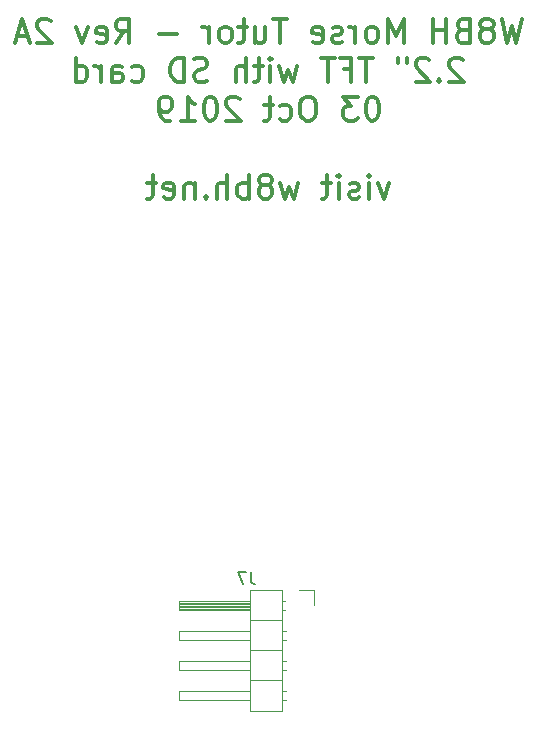
<source format=gbr>
G04 #@! TF.GenerationSoftware,KiCad,Pcbnew,(5.1.4)-1*
G04 #@! TF.CreationDate,2019-10-03T04:56:42-04:00*
G04 #@! TF.ProjectId,MorseTutor1,4d6f7273-6554-4757-946f-72312e6b6963,rev?*
G04 #@! TF.SameCoordinates,Original*
G04 #@! TF.FileFunction,Legend,Bot*
G04 #@! TF.FilePolarity,Positive*
%FSLAX46Y46*%
G04 Gerber Fmt 4.6, Leading zero omitted, Abs format (unit mm)*
G04 Created by KiCad (PCBNEW (5.1.4)-1) date 2019-10-03 04:56:42*
%MOMM*%
%LPD*%
G04 APERTURE LIST*
%ADD10C,0.300000*%
%ADD11C,0.120000*%
%ADD12C,0.150000*%
G04 APERTURE END LIST*
D10*
X126928571Y-36804761D02*
X126452380Y-38804761D01*
X126071428Y-37376190D01*
X125690476Y-38804761D01*
X125214285Y-36804761D01*
X124166666Y-37661904D02*
X124357142Y-37566666D01*
X124452380Y-37471428D01*
X124547619Y-37280952D01*
X124547619Y-37185714D01*
X124452380Y-36995238D01*
X124357142Y-36900000D01*
X124166666Y-36804761D01*
X123785714Y-36804761D01*
X123595238Y-36900000D01*
X123500000Y-36995238D01*
X123404761Y-37185714D01*
X123404761Y-37280952D01*
X123500000Y-37471428D01*
X123595238Y-37566666D01*
X123785714Y-37661904D01*
X124166666Y-37661904D01*
X124357142Y-37757142D01*
X124452380Y-37852380D01*
X124547619Y-38042857D01*
X124547619Y-38423809D01*
X124452380Y-38614285D01*
X124357142Y-38709523D01*
X124166666Y-38804761D01*
X123785714Y-38804761D01*
X123595238Y-38709523D01*
X123500000Y-38614285D01*
X123404761Y-38423809D01*
X123404761Y-38042857D01*
X123500000Y-37852380D01*
X123595238Y-37757142D01*
X123785714Y-37661904D01*
X121880952Y-37757142D02*
X121595238Y-37852380D01*
X121500000Y-37947619D01*
X121404761Y-38138095D01*
X121404761Y-38423809D01*
X121500000Y-38614285D01*
X121595238Y-38709523D01*
X121785714Y-38804761D01*
X122547619Y-38804761D01*
X122547619Y-36804761D01*
X121880952Y-36804761D01*
X121690476Y-36900000D01*
X121595238Y-36995238D01*
X121500000Y-37185714D01*
X121500000Y-37376190D01*
X121595238Y-37566666D01*
X121690476Y-37661904D01*
X121880952Y-37757142D01*
X122547619Y-37757142D01*
X120547619Y-38804761D02*
X120547619Y-36804761D01*
X120547619Y-37757142D02*
X119404761Y-37757142D01*
X119404761Y-38804761D02*
X119404761Y-36804761D01*
X116928571Y-38804761D02*
X116928571Y-36804761D01*
X116261904Y-38233333D01*
X115595238Y-36804761D01*
X115595238Y-38804761D01*
X114357142Y-38804761D02*
X114547619Y-38709523D01*
X114642857Y-38614285D01*
X114738095Y-38423809D01*
X114738095Y-37852380D01*
X114642857Y-37661904D01*
X114547619Y-37566666D01*
X114357142Y-37471428D01*
X114071428Y-37471428D01*
X113880952Y-37566666D01*
X113785714Y-37661904D01*
X113690476Y-37852380D01*
X113690476Y-38423809D01*
X113785714Y-38614285D01*
X113880952Y-38709523D01*
X114071428Y-38804761D01*
X114357142Y-38804761D01*
X112833333Y-38804761D02*
X112833333Y-37471428D01*
X112833333Y-37852380D02*
X112738095Y-37661904D01*
X112642857Y-37566666D01*
X112452380Y-37471428D01*
X112261904Y-37471428D01*
X111690476Y-38709523D02*
X111500000Y-38804761D01*
X111119047Y-38804761D01*
X110928571Y-38709523D01*
X110833333Y-38519047D01*
X110833333Y-38423809D01*
X110928571Y-38233333D01*
X111119047Y-38138095D01*
X111404761Y-38138095D01*
X111595238Y-38042857D01*
X111690476Y-37852380D01*
X111690476Y-37757142D01*
X111595238Y-37566666D01*
X111404761Y-37471428D01*
X111119047Y-37471428D01*
X110928571Y-37566666D01*
X109214285Y-38709523D02*
X109404761Y-38804761D01*
X109785714Y-38804761D01*
X109976190Y-38709523D01*
X110071428Y-38519047D01*
X110071428Y-37757142D01*
X109976190Y-37566666D01*
X109785714Y-37471428D01*
X109404761Y-37471428D01*
X109214285Y-37566666D01*
X109119047Y-37757142D01*
X109119047Y-37947619D01*
X110071428Y-38138095D01*
X107023809Y-36804761D02*
X105880952Y-36804761D01*
X106452380Y-38804761D02*
X106452380Y-36804761D01*
X104357142Y-37471428D02*
X104357142Y-38804761D01*
X105214285Y-37471428D02*
X105214285Y-38519047D01*
X105119047Y-38709523D01*
X104928571Y-38804761D01*
X104642857Y-38804761D01*
X104452380Y-38709523D01*
X104357142Y-38614285D01*
X103690476Y-37471428D02*
X102928571Y-37471428D01*
X103404761Y-36804761D02*
X103404761Y-38519047D01*
X103309523Y-38709523D01*
X103119047Y-38804761D01*
X102928571Y-38804761D01*
X101976190Y-38804761D02*
X102166666Y-38709523D01*
X102261904Y-38614285D01*
X102357142Y-38423809D01*
X102357142Y-37852380D01*
X102261904Y-37661904D01*
X102166666Y-37566666D01*
X101976190Y-37471428D01*
X101690476Y-37471428D01*
X101500000Y-37566666D01*
X101404761Y-37661904D01*
X101309523Y-37852380D01*
X101309523Y-38423809D01*
X101404761Y-38614285D01*
X101500000Y-38709523D01*
X101690476Y-38804761D01*
X101976190Y-38804761D01*
X100452380Y-38804761D02*
X100452380Y-37471428D01*
X100452380Y-37852380D02*
X100357142Y-37661904D01*
X100261904Y-37566666D01*
X100071428Y-37471428D01*
X99880952Y-37471428D01*
X97690476Y-38042857D02*
X96166666Y-38042857D01*
X92547619Y-38804761D02*
X93214285Y-37852380D01*
X93690476Y-38804761D02*
X93690476Y-36804761D01*
X92928571Y-36804761D01*
X92738095Y-36900000D01*
X92642857Y-36995238D01*
X92547619Y-37185714D01*
X92547619Y-37471428D01*
X92642857Y-37661904D01*
X92738095Y-37757142D01*
X92928571Y-37852380D01*
X93690476Y-37852380D01*
X90928571Y-38709523D02*
X91119047Y-38804761D01*
X91500000Y-38804761D01*
X91690476Y-38709523D01*
X91785714Y-38519047D01*
X91785714Y-37757142D01*
X91690476Y-37566666D01*
X91500000Y-37471428D01*
X91119047Y-37471428D01*
X90928571Y-37566666D01*
X90833333Y-37757142D01*
X90833333Y-37947619D01*
X91785714Y-38138095D01*
X90166666Y-37471428D02*
X89690476Y-38804761D01*
X89214285Y-37471428D01*
X87023809Y-36995238D02*
X86928571Y-36900000D01*
X86738095Y-36804761D01*
X86261904Y-36804761D01*
X86071428Y-36900000D01*
X85976190Y-36995238D01*
X85880952Y-37185714D01*
X85880952Y-37376190D01*
X85976190Y-37661904D01*
X87119047Y-38804761D01*
X85880952Y-38804761D01*
X85119047Y-38233333D02*
X84166666Y-38233333D01*
X85309523Y-38804761D02*
X84642857Y-36804761D01*
X83976190Y-38804761D01*
X121928571Y-40295238D02*
X121833333Y-40200000D01*
X121642857Y-40104761D01*
X121166666Y-40104761D01*
X120976190Y-40200000D01*
X120880952Y-40295238D01*
X120785714Y-40485714D01*
X120785714Y-40676190D01*
X120880952Y-40961904D01*
X122023809Y-42104761D01*
X120785714Y-42104761D01*
X119928571Y-41914285D02*
X119833333Y-42009523D01*
X119928571Y-42104761D01*
X120023809Y-42009523D01*
X119928571Y-41914285D01*
X119928571Y-42104761D01*
X119071428Y-40295238D02*
X118976190Y-40200000D01*
X118785714Y-40104761D01*
X118309523Y-40104761D01*
X118119047Y-40200000D01*
X118023809Y-40295238D01*
X117928571Y-40485714D01*
X117928571Y-40676190D01*
X118023809Y-40961904D01*
X119166666Y-42104761D01*
X117928571Y-42104761D01*
X117166666Y-40104761D02*
X117166666Y-40485714D01*
X116404761Y-40104761D02*
X116404761Y-40485714D01*
X114309523Y-40104761D02*
X113166666Y-40104761D01*
X113738095Y-42104761D02*
X113738095Y-40104761D01*
X111833333Y-41057142D02*
X112500000Y-41057142D01*
X112500000Y-42104761D02*
X112500000Y-40104761D01*
X111547619Y-40104761D01*
X111071428Y-40104761D02*
X109928571Y-40104761D01*
X110500000Y-42104761D02*
X110500000Y-40104761D01*
X107928571Y-40771428D02*
X107547619Y-42104761D01*
X107166666Y-41152380D01*
X106785714Y-42104761D01*
X106404761Y-40771428D01*
X105642857Y-42104761D02*
X105642857Y-40771428D01*
X105642857Y-40104761D02*
X105738095Y-40200000D01*
X105642857Y-40295238D01*
X105547619Y-40200000D01*
X105642857Y-40104761D01*
X105642857Y-40295238D01*
X104976190Y-40771428D02*
X104214285Y-40771428D01*
X104690476Y-40104761D02*
X104690476Y-41819047D01*
X104595238Y-42009523D01*
X104404761Y-42104761D01*
X104214285Y-42104761D01*
X103547619Y-42104761D02*
X103547619Y-40104761D01*
X102690476Y-42104761D02*
X102690476Y-41057142D01*
X102785714Y-40866666D01*
X102976190Y-40771428D01*
X103261904Y-40771428D01*
X103452380Y-40866666D01*
X103547619Y-40961904D01*
X100309523Y-42009523D02*
X100023809Y-42104761D01*
X99547619Y-42104761D01*
X99357142Y-42009523D01*
X99261904Y-41914285D01*
X99166666Y-41723809D01*
X99166666Y-41533333D01*
X99261904Y-41342857D01*
X99357142Y-41247619D01*
X99547619Y-41152380D01*
X99928571Y-41057142D01*
X100119047Y-40961904D01*
X100214285Y-40866666D01*
X100309523Y-40676190D01*
X100309523Y-40485714D01*
X100214285Y-40295238D01*
X100119047Y-40200000D01*
X99928571Y-40104761D01*
X99452380Y-40104761D01*
X99166666Y-40200000D01*
X98309523Y-42104761D02*
X98309523Y-40104761D01*
X97833333Y-40104761D01*
X97547619Y-40200000D01*
X97357142Y-40390476D01*
X97261904Y-40580952D01*
X97166666Y-40961904D01*
X97166666Y-41247619D01*
X97261904Y-41628571D01*
X97357142Y-41819047D01*
X97547619Y-42009523D01*
X97833333Y-42104761D01*
X98309523Y-42104761D01*
X93928571Y-42009523D02*
X94119047Y-42104761D01*
X94500000Y-42104761D01*
X94690476Y-42009523D01*
X94785714Y-41914285D01*
X94880952Y-41723809D01*
X94880952Y-41152380D01*
X94785714Y-40961904D01*
X94690476Y-40866666D01*
X94500000Y-40771428D01*
X94119047Y-40771428D01*
X93928571Y-40866666D01*
X92214285Y-42104761D02*
X92214285Y-41057142D01*
X92309523Y-40866666D01*
X92500000Y-40771428D01*
X92880952Y-40771428D01*
X93071428Y-40866666D01*
X92214285Y-42009523D02*
X92404761Y-42104761D01*
X92880952Y-42104761D01*
X93071428Y-42009523D01*
X93166666Y-41819047D01*
X93166666Y-41628571D01*
X93071428Y-41438095D01*
X92880952Y-41342857D01*
X92404761Y-41342857D01*
X92214285Y-41247619D01*
X91261904Y-42104761D02*
X91261904Y-40771428D01*
X91261904Y-41152380D02*
X91166666Y-40961904D01*
X91071428Y-40866666D01*
X90880952Y-40771428D01*
X90690476Y-40771428D01*
X89166666Y-42104761D02*
X89166666Y-40104761D01*
X89166666Y-42009523D02*
X89357142Y-42104761D01*
X89738095Y-42104761D01*
X89928571Y-42009523D01*
X90023809Y-41914285D01*
X90119047Y-41723809D01*
X90119047Y-41152380D01*
X90023809Y-40961904D01*
X89928571Y-40866666D01*
X89738095Y-40771428D01*
X89357142Y-40771428D01*
X89166666Y-40866666D01*
X114357142Y-43404761D02*
X114166666Y-43404761D01*
X113976190Y-43500000D01*
X113880952Y-43595238D01*
X113785714Y-43785714D01*
X113690476Y-44166666D01*
X113690476Y-44642857D01*
X113785714Y-45023809D01*
X113880952Y-45214285D01*
X113976190Y-45309523D01*
X114166666Y-45404761D01*
X114357142Y-45404761D01*
X114547619Y-45309523D01*
X114642857Y-45214285D01*
X114738095Y-45023809D01*
X114833333Y-44642857D01*
X114833333Y-44166666D01*
X114738095Y-43785714D01*
X114642857Y-43595238D01*
X114547619Y-43500000D01*
X114357142Y-43404761D01*
X113023809Y-43404761D02*
X111785714Y-43404761D01*
X112452380Y-44166666D01*
X112166666Y-44166666D01*
X111976190Y-44261904D01*
X111880952Y-44357142D01*
X111785714Y-44547619D01*
X111785714Y-45023809D01*
X111880952Y-45214285D01*
X111976190Y-45309523D01*
X112166666Y-45404761D01*
X112738095Y-45404761D01*
X112928571Y-45309523D01*
X113023809Y-45214285D01*
X109023809Y-43404761D02*
X108642857Y-43404761D01*
X108452380Y-43500000D01*
X108261904Y-43690476D01*
X108166666Y-44071428D01*
X108166666Y-44738095D01*
X108261904Y-45119047D01*
X108452380Y-45309523D01*
X108642857Y-45404761D01*
X109023809Y-45404761D01*
X109214285Y-45309523D01*
X109404761Y-45119047D01*
X109500000Y-44738095D01*
X109500000Y-44071428D01*
X109404761Y-43690476D01*
X109214285Y-43500000D01*
X109023809Y-43404761D01*
X106452380Y-45309523D02*
X106642857Y-45404761D01*
X107023809Y-45404761D01*
X107214285Y-45309523D01*
X107309523Y-45214285D01*
X107404761Y-45023809D01*
X107404761Y-44452380D01*
X107309523Y-44261904D01*
X107214285Y-44166666D01*
X107023809Y-44071428D01*
X106642857Y-44071428D01*
X106452380Y-44166666D01*
X105880952Y-44071428D02*
X105119047Y-44071428D01*
X105595238Y-43404761D02*
X105595238Y-45119047D01*
X105500000Y-45309523D01*
X105309523Y-45404761D01*
X105119047Y-45404761D01*
X103023809Y-43595238D02*
X102928571Y-43500000D01*
X102738095Y-43404761D01*
X102261904Y-43404761D01*
X102071428Y-43500000D01*
X101976190Y-43595238D01*
X101880952Y-43785714D01*
X101880952Y-43976190D01*
X101976190Y-44261904D01*
X103119047Y-45404761D01*
X101880952Y-45404761D01*
X100642857Y-43404761D02*
X100452380Y-43404761D01*
X100261904Y-43500000D01*
X100166666Y-43595238D01*
X100071428Y-43785714D01*
X99976190Y-44166666D01*
X99976190Y-44642857D01*
X100071428Y-45023809D01*
X100166666Y-45214285D01*
X100261904Y-45309523D01*
X100452380Y-45404761D01*
X100642857Y-45404761D01*
X100833333Y-45309523D01*
X100928571Y-45214285D01*
X101023809Y-45023809D01*
X101119047Y-44642857D01*
X101119047Y-44166666D01*
X101023809Y-43785714D01*
X100928571Y-43595238D01*
X100833333Y-43500000D01*
X100642857Y-43404761D01*
X98071428Y-45404761D02*
X99214285Y-45404761D01*
X98642857Y-45404761D02*
X98642857Y-43404761D01*
X98833333Y-43690476D01*
X99023809Y-43880952D01*
X99214285Y-43976190D01*
X97119047Y-45404761D02*
X96738095Y-45404761D01*
X96547619Y-45309523D01*
X96452380Y-45214285D01*
X96261904Y-44928571D01*
X96166666Y-44547619D01*
X96166666Y-43785714D01*
X96261904Y-43595238D01*
X96357142Y-43500000D01*
X96547619Y-43404761D01*
X96928571Y-43404761D01*
X97119047Y-43500000D01*
X97214285Y-43595238D01*
X97309523Y-43785714D01*
X97309523Y-44261904D01*
X97214285Y-44452380D01*
X97119047Y-44547619D01*
X96928571Y-44642857D01*
X96547619Y-44642857D01*
X96357142Y-44547619D01*
X96261904Y-44452380D01*
X96166666Y-44261904D01*
X115690476Y-50671428D02*
X115214285Y-52004761D01*
X114738095Y-50671428D01*
X113976190Y-52004761D02*
X113976190Y-50671428D01*
X113976190Y-50004761D02*
X114071428Y-50100000D01*
X113976190Y-50195238D01*
X113880952Y-50100000D01*
X113976190Y-50004761D01*
X113976190Y-50195238D01*
X113119047Y-51909523D02*
X112928571Y-52004761D01*
X112547619Y-52004761D01*
X112357142Y-51909523D01*
X112261904Y-51719047D01*
X112261904Y-51623809D01*
X112357142Y-51433333D01*
X112547619Y-51338095D01*
X112833333Y-51338095D01*
X113023809Y-51242857D01*
X113119047Y-51052380D01*
X113119047Y-50957142D01*
X113023809Y-50766666D01*
X112833333Y-50671428D01*
X112547619Y-50671428D01*
X112357142Y-50766666D01*
X111404761Y-52004761D02*
X111404761Y-50671428D01*
X111404761Y-50004761D02*
X111500000Y-50100000D01*
X111404761Y-50195238D01*
X111309523Y-50100000D01*
X111404761Y-50004761D01*
X111404761Y-50195238D01*
X110738095Y-50671428D02*
X109976190Y-50671428D01*
X110452380Y-50004761D02*
X110452380Y-51719047D01*
X110357142Y-51909523D01*
X110166666Y-52004761D01*
X109976190Y-52004761D01*
X107976190Y-50671428D02*
X107595238Y-52004761D01*
X107214285Y-51052380D01*
X106833333Y-52004761D01*
X106452380Y-50671428D01*
X105404761Y-50861904D02*
X105595238Y-50766666D01*
X105690476Y-50671428D01*
X105785714Y-50480952D01*
X105785714Y-50385714D01*
X105690476Y-50195238D01*
X105595238Y-50100000D01*
X105404761Y-50004761D01*
X105023809Y-50004761D01*
X104833333Y-50100000D01*
X104738095Y-50195238D01*
X104642857Y-50385714D01*
X104642857Y-50480952D01*
X104738095Y-50671428D01*
X104833333Y-50766666D01*
X105023809Y-50861904D01*
X105404761Y-50861904D01*
X105595238Y-50957142D01*
X105690476Y-51052380D01*
X105785714Y-51242857D01*
X105785714Y-51623809D01*
X105690476Y-51814285D01*
X105595238Y-51909523D01*
X105404761Y-52004761D01*
X105023809Y-52004761D01*
X104833333Y-51909523D01*
X104738095Y-51814285D01*
X104642857Y-51623809D01*
X104642857Y-51242857D01*
X104738095Y-51052380D01*
X104833333Y-50957142D01*
X105023809Y-50861904D01*
X103785714Y-52004761D02*
X103785714Y-50004761D01*
X103785714Y-50766666D02*
X103595238Y-50671428D01*
X103214285Y-50671428D01*
X103023809Y-50766666D01*
X102928571Y-50861904D01*
X102833333Y-51052380D01*
X102833333Y-51623809D01*
X102928571Y-51814285D01*
X103023809Y-51909523D01*
X103214285Y-52004761D01*
X103595238Y-52004761D01*
X103785714Y-51909523D01*
X101976190Y-52004761D02*
X101976190Y-50004761D01*
X101119047Y-52004761D02*
X101119047Y-50957142D01*
X101214285Y-50766666D01*
X101404761Y-50671428D01*
X101690476Y-50671428D01*
X101880952Y-50766666D01*
X101976190Y-50861904D01*
X100166666Y-51814285D02*
X100071428Y-51909523D01*
X100166666Y-52004761D01*
X100261904Y-51909523D01*
X100166666Y-51814285D01*
X100166666Y-52004761D01*
X99214285Y-50671428D02*
X99214285Y-52004761D01*
X99214285Y-50861904D02*
X99119047Y-50766666D01*
X98928571Y-50671428D01*
X98642857Y-50671428D01*
X98452380Y-50766666D01*
X98357142Y-50957142D01*
X98357142Y-52004761D01*
X96642857Y-51909523D02*
X96833333Y-52004761D01*
X97214285Y-52004761D01*
X97404761Y-51909523D01*
X97500000Y-51719047D01*
X97500000Y-50957142D01*
X97404761Y-50766666D01*
X97214285Y-50671428D01*
X96833333Y-50671428D01*
X96642857Y-50766666D01*
X96547619Y-50957142D01*
X96547619Y-51147619D01*
X97500000Y-51338095D01*
X95976190Y-50671428D02*
X95214285Y-50671428D01*
X95690476Y-50004761D02*
X95690476Y-51719047D01*
X95595238Y-51909523D01*
X95404761Y-52004761D01*
X95214285Y-52004761D01*
D11*
X109295000Y-85165000D02*
X108025000Y-85165000D01*
X109295000Y-86435000D02*
X109295000Y-85165000D01*
X106982071Y-94435000D02*
X106585000Y-94435000D01*
X106982071Y-93675000D02*
X106585000Y-93675000D01*
X97925000Y-94435000D02*
X103925000Y-94435000D01*
X97925000Y-93675000D02*
X97925000Y-94435000D01*
X103925000Y-93675000D02*
X97925000Y-93675000D01*
X106585000Y-92785000D02*
X103925000Y-92785000D01*
X106982071Y-91895000D02*
X106585000Y-91895000D01*
X106982071Y-91135000D02*
X106585000Y-91135000D01*
X97925000Y-91895000D02*
X103925000Y-91895000D01*
X97925000Y-91135000D02*
X97925000Y-91895000D01*
X103925000Y-91135000D02*
X97925000Y-91135000D01*
X106585000Y-90245000D02*
X103925000Y-90245000D01*
X106982071Y-89355000D02*
X106585000Y-89355000D01*
X106982071Y-88595000D02*
X106585000Y-88595000D01*
X97925000Y-89355000D02*
X103925000Y-89355000D01*
X97925000Y-88595000D02*
X97925000Y-89355000D01*
X103925000Y-88595000D02*
X97925000Y-88595000D01*
X106585000Y-87705000D02*
X103925000Y-87705000D01*
X106915000Y-86815000D02*
X106585000Y-86815000D01*
X106915000Y-86055000D02*
X106585000Y-86055000D01*
X103925000Y-86715000D02*
X97925000Y-86715000D01*
X103925000Y-86595000D02*
X97925000Y-86595000D01*
X103925000Y-86475000D02*
X97925000Y-86475000D01*
X103925000Y-86355000D02*
X97925000Y-86355000D01*
X103925000Y-86235000D02*
X97925000Y-86235000D01*
X103925000Y-86115000D02*
X97925000Y-86115000D01*
X97925000Y-86815000D02*
X103925000Y-86815000D01*
X97925000Y-86055000D02*
X97925000Y-86815000D01*
X103925000Y-86055000D02*
X97925000Y-86055000D01*
X103925000Y-85105000D02*
X106585000Y-85105000D01*
X103925000Y-95385000D02*
X103925000Y-85105000D01*
X106585000Y-95385000D02*
X103925000Y-95385000D01*
X106585000Y-85105000D02*
X106585000Y-95385000D01*
D12*
X103973333Y-83617380D02*
X103973333Y-84331666D01*
X104020952Y-84474523D01*
X104116190Y-84569761D01*
X104259047Y-84617380D01*
X104354285Y-84617380D01*
X103592380Y-83617380D02*
X102925714Y-83617380D01*
X103354285Y-84617380D01*
M02*

</source>
